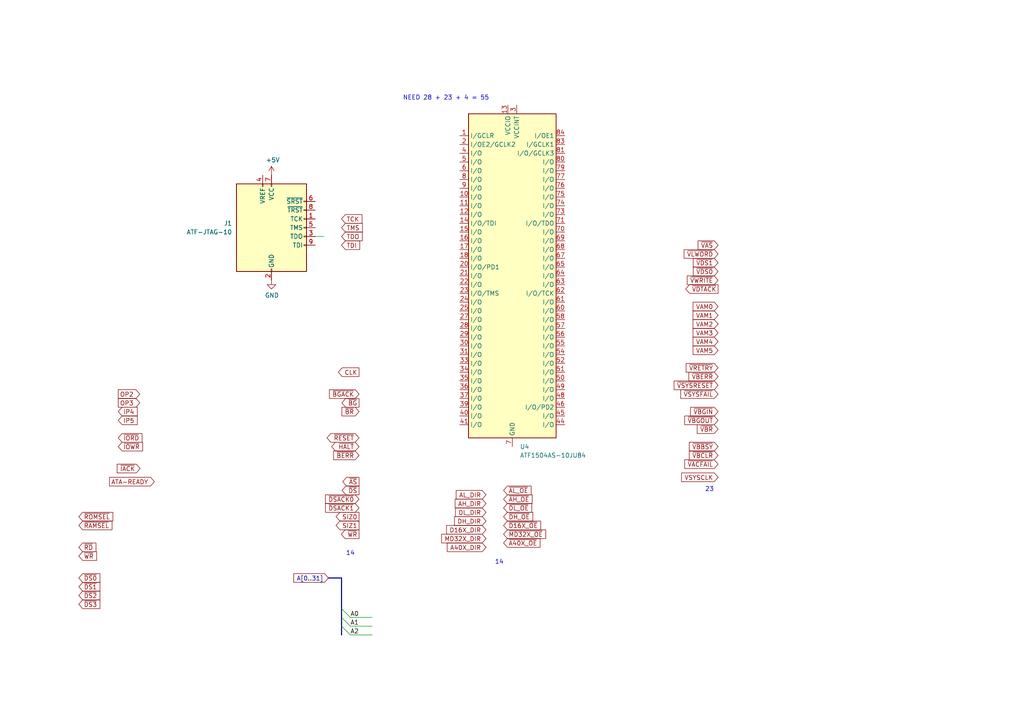
<source format=kicad_sch>
(kicad_sch (version 20230121) (generator eeschema)
  (paper "A4")
  (title_block (title "IVC-k30") (rev "1"))
  (junction (at -153.67 44.45))
  (junction (at -50.8 39.37))
  (junction (at -224.79 154.94))
  (junction (at -217.17 161.29))
  (junction (at -201.93 81.28))
  (junction (at -278.13 154.94))
  (junction (at -201.93 148.59))
  (junction (at -82.55 41.91))
  (junction (at -219.71 58.42))
  (junction (at -217.17 66.04))
  (junction (at -229.87 105.41))
  (junction (at -217.17 133.35))
  (junction (at -219.71 38.1))
  (junction (at -252.73 77.47))
  (junction (at -219.71 27.94))
  (junction (at -227.33 36.83))
  (junction (at -227.33 55.88))
  (junction (at -219.71 40.64))
  (junction (at -82.55 39.37))
  (junction (at -227.33 107.95))
  (junction (at -217.17 95.25))
  (junction (at -219.71 43.18))
  (junction (at -83.82 52.07))
  (junction (at -229.87 53.34))
  (junction (at -232.41 102.87))
  (junction (at -237.49 53.34))
  (junction (at -237.49 69.85))
  (no_connect (at -128.27 36.83))
  (no_connect (at -128.27 64.77))
  (no_connect (at -128.27 67.31))
  (no_connect (at -128.27 62.23))
  (bus_entry (at -278.13 171.45) (size 2.54 2.54))
  (bus_entry (at -278.13 163.83) (size 2.54 2.54))
  (bus_entry (at -278.13 179.07) (size 2.54 2.54))
  (bus_entry (at -222.25 138.43) (size -2.54 2.54))
  (bus_entry (at 99.06 179.07) (size 2.54 2.54))
  (bus_entry (at 99.06 181.61) (size 2.54 2.54))
  (bus_entry (at -224.79 171.45) (size 2.54 2.54))
  (bus_entry (at -278.13 168.91) (size 2.54 2.54))
  (bus_entry (at -278.13 181.61) (size 2.54 2.54))
  (bus_entry (at 99.06 176.53) (size 2.54 2.54))
  (bus_entry (at -278.13 184.15) (size 2.54 2.54))
  (bus_entry (at -278.13 186.69) (size 2.54 2.54))
  (bus_entry (at -222.25 140.97) (size -2.54 2.54))
  (bus_entry (at -278.13 166.37) (size 2.54 2.54))
  (bus_entry (at -224.79 168.91) (size 2.54 2.54))
  (bus_entry (at -222.25 71.12) (size -2.54 2.54))
  (bus_entry (at -224.79 166.37) (size 2.54 2.54))
  (bus_entry (at -275.59 143.51) (size -2.54 2.54))
  (bus_entry (at -278.13 189.23) (size 2.54 2.54))
  (bus_entry (at -222.25 73.66) (size -2.54 2.54))
  (wire (pts (xy -214.63 55.88) (xy -227.33 55.88)))
  (wire (pts (xy -120.65 119.38) (xy -116.84 119.38)))
  (wire (pts (xy -217.17 66.04) (xy -214.63 66.04)))
  (wire (pts (xy -111.76 97.79) (xy -105.41 97.79)))
  (wire (pts (xy -237.49 69.85) (xy -232.41 69.85)))
  (wire (pts (xy -119.38 96.52) (xy -119.38 95.25)))
  (wire (pts (xy -222.25 71.12) (xy -214.63 71.12)))
  (bus (pts (xy -224.79 154.94) (xy -278.13 154.94)))
  (wire (pts (xy -222.25 171.45) (xy -214.63 171.45)))
  (wire (pts (xy -123.19 91.44) (xy -119.38 91.44)))
  (wire (pts (xy -128.27 44.45) (xy -101.6 44.45)))
  (wire (pts (xy -217.17 81.28) (xy -201.93 81.28)))
  (wire (pts (xy -139.7 115.57) (xy -135.89 115.57)))
  (wire (pts (xy -50.8 36.83) (xy -50.8 39.37)))
  (wire (pts (xy -265.43 140.97) (xy -261.62 140.97)))
  (bus (pts (xy -278.13 171.45) (xy -278.13 179.07)))
  (bus (pts (xy 95.25 167.64) (xy 99.06 167.64)))
  (wire (pts (xy -229.87 105.41) (xy -229.87 125.73)))
  (wire (pts (xy -154.94 172.72) (xy -158.75 172.72)))
  (wire (pts (xy -189.23 35.56) (xy -185.42 35.56)))
  (wire (pts (xy -261.62 138.43) (xy -265.43 138.43)))
  (wire (pts (xy -252.73 55.88) (xy -252.73 59.69)))
  (wire (pts (xy -120.65 134.62) (xy -116.84 134.62)))
  (wire (pts (xy -83.82 49.53) (xy -86.36 49.53)))
  (wire (pts (xy -260.35 31.75) (xy -260.35 77.47)))
  (bus (pts (xy -224.79 76.2) (xy -224.79 140.97)))
  (wire (pts (xy -156.21 44.45) (xy -153.67 44.45)))
  (wire (pts (xy -232.41 102.87) (xy -232.41 123.19)))
  (wire (pts (xy -240.03 177.8) (xy -240.03 181.61)))
  (wire (pts (xy -214.63 60.96) (xy -219.71 60.96)))
  (wire (pts (xy -176.53 171.45) (xy -176.53 170.18)))
  (wire (pts (xy -214.63 48.26) (xy -217.17 48.26)))
  (bus (pts (xy -278.13 154.94) (xy -278.13 163.83)))
  (wire (pts (xy -227.33 128.27) (xy -214.63 128.27)))
  (bus (pts (xy -278.13 154.94) (xy -285.75 154.94)))
  (wire (pts (xy -160.02 36.83) (xy -153.67 36.83)))
  (wire (pts (xy -257.81 67.31) (xy -252.73 67.31)))
  (wire (pts (xy -262.89 34.29) (xy -252.73 34.29)))
  (wire (pts (xy -232.41 69.85) (xy -232.41 102.87)))
  (wire (pts (xy -82.55 44.45) (xy -82.55 41.91)))
  (wire (pts (xy -219.71 58.42) (xy -219.71 43.18)))
  (wire (pts (xy -237.49 53.34) (xy -229.87 53.34)))
  (wire (pts (xy -185.42 186.69) (xy -189.23 186.69)))
  (wire (pts (xy -294.64 34.29) (xy -288.29 34.29)))
  (wire (pts (xy -275.59 189.23) (xy -270.51 189.23)))
  (wire (pts (xy -219.71 27.94) (xy -201.93 27.94)))
  (wire (pts (xy -217.17 95.25) (xy -217.17 92.71)))
  (wire (pts (xy -125.73 163.83) (xy -120.65 163.83)))
  (wire (pts (xy -111.76 97.79) (xy -111.76 96.52)))
  (bus (pts (xy 99.06 181.61) (xy 99.06 184.15)))
  (wire (pts (xy -119.38 91.44) (xy -119.38 92.71)))
  (wire (pts (xy -86.36 52.07) (xy -83.82 52.07)))
  (wire (pts (xy -176.53 173.99) (xy -176.53 175.26)))
  (wire (pts (xy -201.93 161.29) (xy -217.17 161.29)))
  (wire (pts (xy -102.87 52.07) (xy -101.6 52.07)))
  (wire (pts (xy 101.6 179.07) (xy 107.95 179.07)))
  (bus (pts (xy 99.06 179.07) (xy 99.06 181.61)))
  (wire (pts (xy -86.36 39.37) (xy -82.55 39.37)))
  (wire (pts (xy -227.33 107.95) (xy -227.33 128.27)))
  (wire (pts (xy -217.17 181.61) (xy -217.17 161.29)))
  (wire (pts (xy -107.95 57.15) (xy -114.3 57.15)))
  (wire (pts (xy -176.53 175.26) (xy -173.99 175.26)))
  (wire (pts (xy -275.59 184.15) (xy -270.51 184.15)))
  (bus (pts (xy 99.06 176.53) (xy 99.06 179.07)))
  (wire (pts (xy -229.87 105.41) (xy -214.63 105.41)))
  (wire (pts (xy -218.44 186.69) (xy -214.63 186.69)))
  (wire (pts (xy -275.59 191.77) (xy -240.03 191.77)))
  (wire (pts (xy -294.64 39.37) (xy -288.29 39.37)))
  (wire (pts (xy -214.63 110.49) (xy -217.17 110.49)))
  (bus (pts (xy -278.13 146.05) (xy -278.13 154.94)))
  (wire (pts (xy -217.17 66.04) (xy -217.17 81.28)))
  (wire (pts (xy -257.81 39.37) (xy -257.81 67.31)))
  (wire (pts (xy -163.83 49.53) (xy -161.29 49.53)))
  (wire (pts (xy -146.05 96.52) (xy -119.38 96.52)))
  (wire (pts (xy -222.25 168.91) (xy -214.63 168.91)))
  (bus (pts (xy -278.13 181.61) (xy -278.13 184.15)))
  (wire (pts (xy -82.55 41.91) (xy -82.55 39.37)))
  (wire (pts (xy -217.17 148.59) (xy -201.93 148.59)))
  (wire (pts (xy -102.87 49.53) (xy -101.6 49.53)))
  (wire (pts (xy -139.7 120.65) (xy -135.89 120.65)))
  (wire (pts (xy -217.17 133.35) (xy -214.63 133.35)))
  (wire (pts (xy -275.59 186.69) (xy -270.51 186.69)))
  (wire (pts (xy -224.79 184.15) (xy -214.63 184.15)))
  (bus (pts (xy -278.13 163.83) (xy -278.13 166.37)))
  (wire (pts (xy -275.59 171.45) (xy -270.51 171.45)))
  (wire (pts (xy -227.33 36.83) (xy -227.33 35.56)))
  (bus (pts (xy -278.13 186.69) (xy -278.13 189.23)))
  (wire (pts (xy -101.6 134.62) (xy -97.79 134.62)))
  (wire (pts (xy -86.36 41.91) (xy -82.55 41.91)))
  (wire (pts (xy -275.59 166.37) (xy -270.51 166.37)))
  (bus (pts (xy -278.13 168.91) (xy -278.13 171.45)))
  (wire (pts (xy -185.42 176.53) (xy -189.23 176.53)))
  (wire (pts (xy -53.34 39.37) (xy -50.8 39.37)))
  (wire (pts (xy -214.63 58.42) (xy -219.71 58.42)))
  (bus (pts (xy -224.79 166.37) (xy -224.79 168.91)))
  (wire (pts (xy -111.76 91.44) (xy -111.76 90.17)))
  (wire (pts (xy -125.73 69.85) (xy -128.27 69.85)))
  (wire (pts (xy -232.41 102.87) (xy -214.63 102.87)))
  (bus (pts (xy 99.06 167.64) (xy 99.06 176.53)))
  (wire (pts (xy -160.02 62.23) (xy -153.67 62.23)))
  (wire (pts (xy -214.63 40.64) (xy -219.71 40.64)))
  (wire (pts (xy -229.87 53.34) (xy -229.87 105.41)))
  (wire (pts (xy -240.03 191.77) (xy -240.03 186.69)))
  (wire (pts (xy 91.44 68.58) (xy 93.98 68.58)))
  (wire (pts (xy -86.36 44.45) (xy -82.55 44.45)))
  (wire (pts (xy -262.89 39.37) (xy -257.81 39.37)))
  (wire (pts (xy -50.8 44.45) (xy -48.26 44.45)))
  (wire (pts (xy -128.27 41.91) (xy -101.6 41.91)))
  (wire (pts (xy -219.71 40.64) (xy -219.71 38.1)))
  (wire (pts (xy -222.25 73.66) (xy -214.63 73.66)))
  (wire (pts (xy -214.63 38.1) (xy -219.71 38.1)))
  (wire (pts (xy -214.63 43.18) (xy -219.71 43.18)))
  (wire (pts (xy -125.73 151.13) (xy -120.65 151.13)))
  (wire (pts (xy 101.6 184.15) (xy 107.95 184.15)))
  (wire (pts (xy -189.23 120.65) (xy -185.42 120.65)))
  (wire (pts (xy -255.27 185.42) (xy -255.27 180.34)))
  (wire (pts (xy -189.23 168.91) (xy -185.42 168.91)))
  (wire (pts (xy -222.25 140.97) (xy -214.63 140.97)))
  (wire (pts (xy -275.59 181.61) (xy -270.51 181.61)))
  (wire (pts (xy -234.95 120.65) (xy -214.63 120.65)))
  (wire (pts (xy -50.8 39.37) (xy -48.26 39.37)))
  (wire (pts (xy -83.82 53.34) (xy -83.82 52.07)))
  (wire (pts (xy -246.38 139.7) (xy -242.57 139.7)))
  (wire (pts (xy -110.49 69.85) (xy -107.95 69.85)))
  (wire (pts (xy -82.55 39.37) (xy -78.74 39.37)))
  (wire (pts (xy -160.02 69.85) (xy -153.67 69.85)))
  (wire (pts (xy -105.41 93.98) (xy -102.87 93.98)))
  (wire (pts (xy -227.33 55.88) (xy -227.33 36.83)))
  (wire (pts (xy -252.73 77.47) (xy -234.95 77.47)))
  (wire (pts (xy -217.17 160.02) (xy -217.17 161.29)))
  (wire (pts (xy -294.64 31.75) (xy -288.29 31.75)))
  (wire (pts (xy -189.23 53.34) (xy -185.42 53.34)))
  (bus (pts (xy -278.13 184.15) (xy -278.13 186.69)))
  (wire (pts (xy -237.49 59.69) (xy -237.49 69.85)))
  (wire (pts (xy -262.89 31.75) (xy -260.35 31.75)))
  (wire (pts (xy -153.67 44.45) (xy -153.67 49.53)))
  (wire (pts (xy -50.8 21.59) (xy -50.8 22.86)))
  (wire (pts (xy -229.87 125.73) (xy -214.63 125.73)))
  (wire (pts (xy -139.7 123.19) (xy -135.89 123.19)))
  (wire (pts (xy -255.27 50.8) (xy -252.73 50.8)))
  (wire (pts (xy -63.5 39.37) (xy -60.96 39.37)))
  (wire (pts (xy -217.17 133.35) (xy -217.17 148.59)))
  (wire (pts (xy -217.17 115.57) (xy -217.17 133.35)))
  (wire (pts (xy -219.71 43.18) (xy -219.71 40.64)))
  (wire (pts (xy -185.42 181.61) (xy -189.23 181.61)))
  (wire (pts (xy -50.8 39.37) (xy -50.8 44.45)))
  (wire (pts (xy -265.43 135.89) (xy -261.62 135.89)))
  (wire (pts (xy -217.17 110.49) (xy -217.17 95.25)))
  (wire (pts (xy -217.17 95.25) (xy -201.93 95.25)))
  (wire (pts (xy -227.33 107.95) (xy -214.63 107.95)))
  (wire (pts (xy 101.6 181.61) (xy 107.95 181.61)))
  (wire (pts (xy -217.17 181.61) (xy -214.63 181.61)))
  (wire (pts (xy -252.73 39.37) (xy -252.73 43.18)))
  (wire (pts (xy -83.82 52.07) (xy -83.82 49.53)))
  (wire (pts (xy -176.53 170.18) (xy -173.99 170.18)))
  (wire (pts (xy -140.97 91.44) (xy -138.43 91.44)))
  (wire (pts (xy -237.49 36.83) (xy -227.33 36.83)))
  (wire (pts (xy -237.49 43.18) (xy -237.49 53.34)))
  (wire (pts (xy -139.7 134.62) (xy -135.89 134.62)))
  (bus (pts (xy -278.13 179.07) (xy -278.13 181.61)))
  (wire (pts (xy -222.25 173.99) (xy -214.63 173.99)))
  (wire (pts (xy -105.41 90.17) (xy -111.76 90.17)))
  (wire (pts (xy -114.3 46.99) (xy -101.6 46.99)))
  (wire (pts (xy -252.73 72.39) (xy -252.73 77.47)))
  (wire (pts (xy -229.87 53.34) (xy -214.63 53.34)))
  (wire (pts (xy -189.23 184.15) (xy -185.42 184.15)))
  (wire (pts (xy -227.33 35.56) (xy -214.63 35.56)))
  (wire (pts (xy -128.27 39.37) (xy -101.6 39.37)))
  (wire (pts (xy -275.59 168.91) (xy -270.51 168.91)))
  (bus (pts (xy -224.79 143.51) (xy -224.79 154.94)))
  (wire (pts (xy -219.71 38.1) (xy -219.71 27.94)))
  (wire (pts (xy -255.27 175.26) (xy -255.27 170.18)))
  (wire (pts (xy -252.73 59.69) (xy -237.49 59.69)))
  (wire (pts (xy -189.23 171.45) (xy -176.53 171.45)))
  (wire (pts (xy -139.7 118.11) (xy -135.89 118.11)))
  (wire (pts (xy -275.59 173.99) (xy -270.51 173.99)))
  (wire (pts (xy -232.41 123.19) (xy -214.63 123.19)))
  (wire (pts (xy -252.73 43.18) (xy -237.49 43.18)))
  (wire (pts (xy -214.63 115.57) (xy -217.17 115.57)))
  (wire (pts (xy -222.25 138.43) (xy -214.63 138.43)))
  (wire (pts (xy -217.17 48.26) (xy -217.17 66.04)))
  (wire (pts (xy -113.03 157.48) (xy -116.84 157.48)))
  (wire (pts (xy -189.23 179.07) (xy -185.42 179.07)))
  (wire (pts (xy -255.27 36.83) (xy -255.27 50.8)))
  (wire (pts (xy -261.62 143.51) (xy -275.59 143.51)))
  (bus (pts (xy -224.79 154.94) (xy -224.79 166.37)))
  (wire (pts (xy -86.36 46.99) (xy -78.74 46.99)))
  (wire (pts (xy -219.71 60.96) (xy -219.71 58.42)))
  (wire (pts (xy -114.3 57.15) (xy -114.3 46.99)))
  (bus (pts (xy -278.13 166.37) (xy -278.13 168.91)))
  (wire (pts (xy -260.35 77.47) (xy -252.73 77.47)))
  (wire (pts (xy -189.23 173.99) (xy -176.53 173.99)))
  (wire (pts (xy -50.8 27.94) (xy -50.8 29.21)))
  (wire (pts (xy -101.6 119.38) (xy -97.79 119.38)))
  (wire (pts (xy -262.89 36.83) (xy -255.27 36.83)))
  (wire (pts (xy -227.33 55.88) (xy -227.33 107.95)))
  (wire (pts (xy -219.71 27.94) (xy -219.71 25.4)))
  (bus (pts (xy -224.79 140.97) (xy -224.79 143.51)))
  (wire (pts (xy -107.95 69.85) (xy -107.95 57.15)))
  (wire (pts (xy -189.23 102.87) (xy -185.42 102.87)))
  (bus (pts (xy -224.79 73.66) (xy -224.79 76.2)))
  (wire (pts (xy -234.95 77.47) (xy -234.95 120.65)))
  (bus (pts (xy -224.79 168.91) (xy -224.79 171.45)))
  (text "ROM ADDRESS SELECTION" (at -135.89 147.32 0) (effects (font (size 1.27 1.27)) (justify left bottom)))
  (text "COMPACT FLASH DSACK GENERATOR LOGIC" (at -140.97 81.28 0) (effects (font (size 1.27 1.27)) (justify left bottom)))
  (text "BERR GENERATOR" (at -135.89 53.34 0) (effects (font (size 1.27 1.27)) (justify left bottom)))
  (text "14\n" (at 100.33 161.29 0) (effects (font (size 1.27 1.27)) (justify left bottom)))
  (text "14\n" (at 143.51 163.83 0) (effects (font (size 1.27 1.27)) (justify left bottom)))
  (text "NEED 28 + 23 + 4 = 55" (at 116.84 29.21 0) (effects (font (size 1.27 1.27)) (justify left bottom)))
  (text "DSACK ASSERTION LOGIC" (at -135.89 105.41 0) (effects (font (size 1.27 1.27)) (justify left bottom)))
  (text "23\n\n" (at 204.47 144.78 0) (effects (font (size 1.27 1.27)) (justify left bottom)))
  (text "DSACK GENERATOR FOR EXTERNAL IO" (at -144.78 26.67 0) (effects (font (size 1.27 1.27)) (justify left bottom)))
  (label "A30" (at -275.59 168.91 0))
  (label "A29" (at -275.59 171.45 0))
  (label "A1" (at -222.25 140.97 0))
  (label "A27" (at -275.59 181.61 0))
  (label "A22" (at -222.25 173.99 0))
  (label "A0" (at 101.6 179.07 0))
  (label "A0" (at -222.25 138.43 0))
  (label "A28" (at -275.59 173.99 0))
  (label "A2" (at 101.6 184.15 0))
  (label "A26" (at -275.59 184.15 0))
  (label "A21" (at -222.25 171.45 0))
  (label "A23" (at -275.59 191.77 0))
  (label "A16" (at -275.59 143.51 0))
  (label "A0" (at -222.25 71.12 0))
  (label "A24" (at -275.59 189.23 0))
  (label "A20" (at -222.25 168.91 0))
  (label "A1" (at -222.25 73.66 0))
  (label "A1" (at 101.6 181.61 0))
  (label "A31" (at -275.59 166.37 0))
  (label "A25" (at -275.59 186.69 0))
  (global_label "~{IOSEL}" (shape output) (at -185.42 186.69 0) (property "Intersheetrefs" "${INTERSHEET_REFS}" (effects hide)))
  (global_label "~{5SEL}" (shape output) (at -185.42 181.61 0) (property "Intersheetrefs" "${INTERSHEET_REFS}" (effects hide)))
  (global_label "~{RAMSEL}" (shape input) (at -139.7 134.62 180) (property "Intersheetrefs" "${INTERSHEET_REFS}" (effects hide)))
  (global_label "~{AS}" (shape output) (at 104.14 139.7 180) (property "Intersheetrefs" "${INTERSHEET_REFS}" (effects hide)))
  (global_label "ATA-READY" (shape input) (at -140.97 91.44 180) (property "Intersheetrefs" "${INTERSHEET_REFS}" (effects hide)))
  (global_label "CLK" (shape output) (at 104.14 107.95 180) (property "Intersheetrefs" "${INTERSHEET_REFS}" (effects hide)))
  (global_label "TCK" (shape input) (at 99.06 63.5 0) (property "Intersheetrefs" "${INTERSHEET_REFS}" (effects hide)))
  (global_label "~{RESET}" (shape bidirectional) (at 104.14 127 180) (property "Intersheetrefs" "${INTERSHEET_REFS}" (effects hide)))
  (global_label "~{DS3}" (shape output) (at -185.42 35.56 0) (property "Intersheetrefs" "${INTERSHEET_REFS}" (effects hide)))
  (global_label "DH_DIR" (shape input) (at 140.97 151.13 180) (property "Intersheetrefs" "${INTERSHEET_REFS}" (effects hide)))
  (global_label "~{RAMSEL}" (shape input) (at -139.7 115.57 180) (property "Intersheetrefs" "${INTERSHEET_REFS}" (effects hide)))
  (global_label "~{VWRITE}" (shape input) (at 208.28 81.28 180) (property "Intersheetrefs" "${INTERSHEET_REFS}" (effects hide)))
  (global_label "OP2" (shape output) (at 34.29 114.3 0) (property "Intersheetrefs" "${INTERSHEET_REFS}" (effects hide)))
  (global_label "~{AS}" (shape input) (at -160.02 69.85 180) (property "Intersheetrefs" "${INTERSHEET_REFS}" (effects hide)))
  (global_label "~{6SEL}" (shape input) (at -163.83 49.53 180) (property "Intersheetrefs" "${INTERSHEET_REFS}" (effects hide)))
  (global_label "~{WR}" (shape input) (at 22.86 161.29 0) (property "Intersheetrefs" "${INTERSHEET_REFS}" (effects hide)))
  (global_label "~{A40X_OE}" (shape input) (at 146.05 157.48 0) (property "Intersheetrefs" "${INTERSHEET_REFS}" (effects hide)))
  (global_label "~{ATA-DSACK}" (shape input) (at -139.7 120.65 180) (property "Intersheetrefs" "${INTERSHEET_REFS}" (effects hide)))
  (global_label "~{CDIS}" (shape input) (at -102.87 49.53 180) (property "Intersheetrefs" "${INTERSHEET_REFS}" (effects hide)))
  (global_label "~{4SEL}" (shape output) (at -185.42 179.07 0) (property "Intersheetrefs" "${INTERSHEET_REFS}" (effects hide)))
  (global_label "~{RD}" (shape input) (at 22.86 158.75 0) (property "Intersheetrefs" "${INTERSHEET_REFS}" (effects hide)))
  (global_label "~{DH_OE}" (shape input) (at 146.05 149.86 0) (property "Intersheetrefs" "${INTERSHEET_REFS}" (effects hide)))
  (global_label "~{DS2}" (shape output) (at -185.42 53.34 0) (property "Intersheetrefs" "${INTERSHEET_REFS}" (effects hide)))
  (global_label "SIZ0" (shape output) (at 104.14 149.86 180) (property "Intersheetrefs" "${INTERSHEET_REFS}" (effects hide)))
  (global_label "~{BR}" (shape input) (at 104.14 119.38 180) (property "Intersheetrefs" "${INTERSHEET_REFS}" (effects hide)))
  (global_label "~{VACFAIL}" (shape input) (at 208.28 134.62 180) (property "Intersheetrefs" "${INTERSHEET_REFS}" (effects hide)))
  (global_label "~{3SEL}" (shape output) (at -185.42 176.53 0) (property "Intersheetrefs" "${INTERSHEET_REFS}" (effects hide)))
  (global_label "~{VSYSRESET}" (shape input) (at 208.28 111.76 180) (property "Intersheetrefs" "${INTERSHEET_REFS}" (effects hide)))
  (global_label "~{VBBSY}" (shape input) (at 208.28 129.54 180) (property "Intersheetrefs" "${INTERSHEET_REFS}" (effects hide)))
  (global_label "SIZ1" (shape output) (at 104.14 152.4 180) (property "Intersheetrefs" "${INTERSHEET_REFS}" (effects hide)))
  (global_label "TDI" (shape input) (at 99.06 71.12 0) (property "Intersheetrefs" "${INTERSHEET_REFS}" (effects hide)))
  (global_label "~{IORD}" (shape input) (at 34.29 127 0) (property "Intersheetrefs" "${INTERSHEET_REFS}" (effects hide)))
  (global_label "~{VDS1}" (shape input) (at 208.28 76.2 180) (property "Intersheetrefs" "${INTERSHEET_REFS}" (effects hide)))
  (global_label "VAM0" (shape input) (at 208.28 88.9 180) (property "Intersheetrefs" "${INTERSHEET_REFS}" (effects hide)))
  (global_label "FC2" (shape input) (at -265.43 140.97 180) (property "Intersheetrefs" "${INTERSHEET_REFS}" (effects hide)))
  (global_label "~{DSACK1}" (shape input) (at 104.14 147.32 180) (property "Intersheetrefs" "${INTERSHEET_REFS}" (effects hide)))
  (global_label "~{DS0}" (shape input) (at 22.86 167.64 0) (property "Intersheetrefs" "${INTERSHEET_REFS}" (effects hide)))
  (global_label "~{IACK}" (shape output) (at -242.57 139.7 0) (property "Intersheetrefs" "${INTERSHEET_REFS}" (effects hide)))
  (global_label "~{DS0}" (shape output) (at -185.42 120.65 0) (property "Intersheetrefs" "${INTERSHEET_REFS}" (effects hide)))
  (global_label "~{IACK}" (shape input) (at 40.64 135.89 180) (property "Intersheetrefs" "${INTERSHEET_REFS}" (effects hide)))
  (global_label "~{VBCLR}" (shape input) (at 208.28 132.08 180) (property "Intersheetrefs" "${INTERSHEET_REFS}" (effects hide)))
  (global_label "IP4" (shape input) (at 34.29 119.38 0) (property "Intersheetrefs" "${INTERSHEET_REFS}" (effects hide)))
  (global_label "~{ROMSEL}" (shape input) (at 22.86 149.86 0) (property "Intersheetrefs" "${INTERSHEET_REFS}" (effects hide)))
  (global_label "~{MMUDIS}" (shape input) (at -102.87 52.07 180) (property "Intersheetrefs" "${INTERSHEET_REFS}" (effects hide)))
  (global_label "~{VSYSFAIL}" (shape input) (at 208.28 114.3 180) (property "Intersheetrefs" "${INTERSHEET_REFS}" (effects hide)))
  (global_label "D16X_DIR" (shape input) (at 140.97 153.67 180) (property "Intersheetrefs" "${INTERSHEET_REFS}" (effects hide)))
  (global_label "~{VBGIN}" (shape input) (at 208.28 119.38 180) (property "Intersheetrefs" "${INTERSHEET_REFS}" (effects hide)))
  (global_label "~{BERR}" (shape output) (at -78.74 46.99 0) (property "Intersheetrefs" "${INTERSHEET_REFS}" (effects hide)))
  (global_label "~{DSACK-EXT}" (shape input) (at -139.7 123.19 180) (property "Intersheetrefs" "${INTERSHEET_REFS}" (effects hide)))
  (global_label "VAM5" (shape input) (at 208.28 101.6 180) (property "Intersheetrefs" "${INTERSHEET_REFS}" (effects hide)))
  (global_label "~{DSACK-EXT}" (shape output) (at -48.26 39.37 0) (property "Intersheetrefs" "${INTERSHEET_REFS}" (effects hide)))
  (global_label "~{DS}" (shape output) (at 104.14 142.24 180) (property "Intersheetrefs" "${INTERSHEET_REFS}" (effects hide)))
  (global_label "~{0SEL}" (shape input) (at -125.73 151.13 180) (property "Intersheetrefs" "${INTERSHEET_REFS}" (effects hide)))
  (global_label "OP3" (shape output) (at 34.29 116.84 0) (property "Intersheetrefs" "${INTERSHEET_REFS}" (effects hide)))
  (global_label "IP5" (shape input) (at 34.29 121.92 0) (property "Intersheetrefs" "${INTERSHEET_REFS}" (effects hide)))
  (global_label "~{AH_OE}" (shape input) (at 146.05 144.78 0) (property "Intersheetrefs" "${INTERSHEET_REFS}" (effects hide)))
  (global_label "~{D16X_OE}" (shape input) (at 146.05 152.4 0) (property "Intersheetrefs" "${INTERSHEET_REFS}" (effects hide)))
  (global_label "~{DL_OE}" (shape input) (at 146.05 147.32 0) (property "Intersheetrefs" "${INTERSHEET_REFS}" (effects hide)))
  (global_label "~{MD32X_OE}" (shape input) (at 146.05 154.94 0) (property "Intersheetrefs" "${INTERSHEET_REFS}" (effects hide)))
  (global_label "~{AS}" (shape input) (at -218.44 186.69 180) (property "Intersheetrefs" "${INTERSHEET_REFS}" (effects hide)))
  (global_label "~{BG}" (shape output) (at 104.14 116.84 180) (property "Intersheetrefs" "${INTERSHEET_REFS}" (effects hide)))
  (global_label "~{VAS}" (shape input) (at 208.28 71.12 180) (property "Intersheetrefs" "${INTERSHEET_REFS}" (effects hide)))
  (global_label "~{RAMSEL}" (shape output) (at -154.94 172.72 0) (property "Intersheetrefs" "${INTERSHEET_REFS}" (effects hide)))
  (global_label "~{DS2}" (shape input) (at 22.86 172.72 0) (property "Intersheetrefs" "${INTERSHEET_REFS}" (effects hide)))
  (global_label "FC0" (shape input) (at -265.43 135.89 180) (property "Intersheetrefs" "${INTERSHEET_REFS}" (effects hide)))
  (global_label "~{VBGOUT}" (shape input) (at 208.28 121.92 180) (property "Intersheetrefs" "${INTERSHEET_REFS}" (effects hide)))
  (global_label "~{DSACK0}" (shape input) (at 104.14 144.78 180) (property "Intersheetrefs" "${INTERSHEET_REFS}" (effects hide)))
  (global_label "~{IOWR}" (shape input) (at 34.29 129.54 0) (property "Intersheetrefs" "${INTERSHEET_REFS}" (effects hide)))
  (global_label "~{DSACK0}" (shape output) (at -97.79 119.38 0) (property "Intersheetrefs" "${INTERSHEET_REFS}" (effects hide)))
  (global_label "FC1" (shape input) (at -265.43 138.43 180) (property "Intersheetrefs" "${INTERSHEET_REFS}" (effects hide)))
  (global_label "SIZ0" (shape input) (at -294.64 34.29 180) (property "Intersheetrefs" "${INTERSHEET_REFS}" (effects hide)))
  (global_label "~{ROMSEL}" (shape output) (at -113.03 157.48 0) (property "Intersheetrefs" "${INTERSHEET_REFS}" (effects hide)))
  (global_label "~{DS1}" (shape input) (at 22.86 170.18 0) (property "Intersheetrefs" "${INTERSHEET_REFS}" (effects hide)))
  (global_label "~{RAMSEL}" (shape input) (at 22.86 152.4 0) (property "Intersheetrefs" "${INTERSHEET_REFS}" (effects hide)))
  (global_label "SIZ1" (shape input) (at -294.64 31.75 180) (property "Intersheetrefs" "${INTERSHEET_REFS}" (effects hide)))
  (global_label "~{HALT}" (shape bidirectional) (at 104.14 129.54 180) (property "Intersheetrefs" "${INTERSHEET_REFS}" (effects hide)))
  (global_label "~{6SEL}" (shape input) (at -146.05 96.52 180) (property "Intersheetrefs" "${INTERSHEET_REFS}" (effects hide)))
  (global_label "CLK" (shape input) (at -160.02 36.83 180) (property "Intersheetrefs" "${INTERSHEET_REFS}" (effects hide)))
  (global_label "TDO" (shape input) (at 99.06 68.58 0) (property "Intersheetrefs" "${INTERSHEET_REFS}" (effects hide)))
  (global_label "CLK" (shape input) (at -160.02 62.23 180) (property "Intersheetrefs" "${INTERSHEET_REFS}" (effects hide)))
  (global_label "~{VLWORD}" (shape input) (at 208.28 73.66 180) (property "Intersheetrefs" "${INTERSHEET_REFS}" (effects hide)))
  (global_label "~{VBR}" (shape input) (at 208.28 124.46 180) (property "Intersheetrefs" "${INTERSHEET_REFS}" (effects hide)))
  (global_label "~{DSACK1}" (shape output) (at -97.79 134.62 0) (property "Intersheetrefs" "${INTERSHEET_REFS}" (effects hide)))
  (global_label "~{VDS0}" (shape input) (at 208.28 78.74 180) (property "Intersheetrefs" "${INTERSHEET_REFS}" (effects hide)))
  (global_label "~{VDTACK}" (shape output) (at 208.28 83.82 180) (property "Intersheetrefs" "${INTERSHEET_REFS}" (effects hide)))
  (global_label "~{DS}" (shape input) (at -294.64 39.37 180) (property "Intersheetrefs" "${INTERSHEET_REFS}" (effects hide)))
  (global_label "~{VBERR}" (shape input) (at 208.28 109.22 180) (property "Intersheetrefs" "${INTERSHEET_REFS}" (effects hide)))
  (global_label "~{ATA-DSACK}" (shape output) (at -102.87 93.98 0) (property "Intersheetrefs" "${INTERSHEET_REFS}" (effects hide)))
  (global_label "VAM1" (shape input) (at 208.28 91.44 180) (property "Intersheetrefs" "${INTERSHEET_REFS}" (effects hide)))
  (global_label "~{3SEL}" (shape input) (at -125.73 163.83 180) (property "Intersheetrefs" "${INTERSHEET_REFS}" (effects hide)))
  (global_label "VAM4" (shape input) (at 208.28 99.06 180) (property "Intersheetrefs" "${INTERSHEET_REFS}" (effects hide)))
  (global_label "ATA-READY" (shape output) (at 31.75 139.7 0) (property "Intersheetrefs" "${INTERSHEET_REFS}" (effects hide)))
  (global_label "~{ROMSEL}" (shape input) (at -139.7 118.11 180) (property "Intersheetrefs" "${INTERSHEET_REFS}" (effects hide)))
  (global_label "~{0SEL}" (shape output) (at -185.42 168.91 0) (property "Intersheetrefs" "${INTERSHEET_REFS}" (effects hide)))
  (global_label "DL_DIR" (shape input) (at 140.97 148.59 180) (property "Intersheetrefs" "${INTERSHEET_REFS}" (effects hide)))
  (global_label "~{DS3}" (shape input) (at 22.86 175.26 0) (property "Intersheetrefs" "${INTERSHEET_REFS}" (effects hide)))
  (global_label "A40X_DIR" (shape input) (at 140.97 158.75 180) (property "Intersheetrefs" "${INTERSHEET_REFS}" (effects hide)))
  (global_label "~{6SEL}" (shape output) (at -185.42 184.15 0) (property "Intersheetrefs" "${INTERSHEET_REFS}" (effects hide)))
  (global_label "AH_DIR" (shape input) (at 140.97 146.05 180) (property "Intersheetrefs" "${INTERSHEET_REFS}" (effects hide)))
  (global_label "~{DS1}" (shape output) (at -185.42 102.87 0) (property "Intersheetrefs" "${INTERSHEET_REFS}" (effects hide)))
  (global_label "A[0..31]" (shape input) (at -285.75 154.94 180) (property "Intersheetrefs" "${INTERSHEET_REFS}" (effects hide)))
  (global_label "~{VRETRY}" (shape input) (at 208.28 106.68 180) (property "Intersheetrefs" "${INTERSHEET_REFS}" (effects hide)))
  (global_label "~{BGACK}" (shape input) (at 104.14 114.3 180) (property "Intersheetrefs" "${INTERSHEET_REFS}" (effects hide)))
  (global_label "~{BERR}" (shape input) (at 104.14 132.08 180) (property "Intersheetrefs" "${INTERSHEET_REFS}" (effects hide)))
  (global_label "~{AL_OE}" (shape input) (at 146.05 142.24 0) (property "Intersheetrefs" "${INTERSHEET_REFS}" (effects hide)))
  (global_label "~{WR}" (shape output) (at 104.14 154.94 180) (property "Intersheetrefs" "${INTERSHEET_REFS}" (effects hide)))
  (global_label "VAM2" (shape input) (at 208.28 93.98 180) (property "Intersheetrefs" "${INTERSHEET_REFS}" (effects hide)))
  (global_label "MD32X_DIR" (shape input) (at 140.97 156.21 180) (property "Intersheetrefs" "${INTERSHEET_REFS}" (effects hide)))
  (global_label "A[0..31]" (shape input) (at 95.25 167.64 180) (property "Intersheetrefs" "${INTERSHEET_REFS}" (effects hide)))
  (global_label "AL_DIR" (shape input) (at 140.97 143.51 180) (property "Intersheetrefs" "${INTERSHEET_REFS}" (effects hide)))
  (global_label "VSYSCLK" (shape input) (at 208.28 138.43 180) (property "Intersheetrefs" "${INTERSHEET_REFS}" (effects hide)))
  (global_label "VAM3" (shape input) (at 208.28 96.52 180) (property "Intersheetrefs" "${INTERSHEET_REFS}" (effects hide)))
  (global_label "TMS" (shape input) (at 99.06 66.04 0) (property "Intersheetrefs" "${INTERSHEET_REFS}" (effects hide)))
  (symbol (lib_id "74xx:74LS253") (at -201.93 120.65 0) (unit 1)
    (property "Reference" "U10" (at -201.93 90.6526 0))
    (property "Value" "74HC253" (at -201.93 92.964 0))
    (property "Footprint" "Package_SO:SSOP-16_5.3x6.2mm_P0.65mm" (effects hide))
    (property "Datasheet" "http://www.ti.com/lit/gpn/sn74LS253" (effects hide))
    (instances (project "Logic" (path "" (reference "U10") (unit 1))) (project "IVC-k30" (path "" (reference "U24") (unit 1))) (project "k30-SBC" (path "" (reference "U10") (unit 1))))
  )
  (symbol (lib_id "74xx:74LS08") (at -245.11 36.83 0) (unit 1)
    (property "Reference" "U8" (at -245.11 28.575 0))
    (property "Value" "74HC08" (at -245.11 30.8864 0))
    (property "Footprint" "Package_SO:TSSOP-14_4.4x5mm_P0.65mm" (effects hide))
    (property "Datasheet" "http://www.ti.com/lit/gpn/sn74LS08" (effects hide))
    (instances (project "Logic" (path "" (reference "U8") (unit 1))) (project "IVC-k30" (path "" (reference "U22") (unit 1))) (project "k30-SBC" (path "" (reference "U8") (unit 1))))
  )
  (symbol (lib_id "Jumper:Jumper_3_Bridged12") (at -120.65 157.48 90) (unit 1)
    (property "Reference" "JP1" (at -122.3518 158.6484 90) (effects (justify left)))
    (property "Value" "ROMJMP" (at -122.3518 156.337 90) (effects (justify left)))
    (property "Footprint" "Connector_PinHeader_2.54mm:PinHeader_1x03_P2.54mm_Vertical" (effects hide))
    (instances (project "Logic" (path "" (reference "JP1") (unit 1))) (project "IVC-k30" (path "" (reference "JP6") (unit 1))) (project "k30-SBC" (path "" (reference "JP1") (unit 1))))
  )
  (symbol (lib_id "power:+5V") (at -105.41 90.17 0) (unit 1)
    (property "Reference" "#PWR0101" (effects hide))
    (property "Value" "+5V" (at -105.029 85.7758 0))
    (instances (project "Logic" (path "" (reference "#PWR0101") (unit 1))) (project "IVC-k30" (path "" (reference "#PWR071") (unit 1))) (project "k30-SBC" (path "" (reference "#PWR0101") (unit 1))))
  )
  (symbol (lib_id "power:+5V") (at -217.17 160.02 0) (unit 1)
    (property "Reference" "#PWR011" (effects hide))
    (property "Value" "+5V" (at -216.789 155.6258 0))
    (instances (project "Logic" (path "" (reference "#PWR011") (unit 1))) (project "IVC-k30" (path "" (reference "#PWR067") (unit 1))) (project "k30-SBC" (path "" (reference "#PWR011") (unit 1))))
  )
  (symbol (lib_id "power:+5V") (at 78.74 50.8 0) (unit 1)
    (property "Reference" "#PWR010" (effects hide))
    (property "Value" "+5V" (at 79.121 46.4058 0))
  )
  (symbol (lib_id "Device:R_Small") (at -50.8 25.4 0) (unit 1)
    (property "Reference" "R12" (at -49.3014 24.2316 0) (effects (justify left)))
    (property "Value" "10k" (at -49.3014 26.543 0) (effects (justify left)))
    (property "Footprint" "Resistor_THT:R_Axial_DIN0204_L3.6mm_D1.6mm_P5.08mm_Horizontal" (effects hide))
    (instances (project "Logic" (path "" (reference "R12") (unit 1))) (project "IVC-k30" (path "" (reference "R11") (unit 1))) (project "k30-SBC" (path "" (reference "R12") (unit 1))))
  )
  (symbol (lib_id "Connector:AVR-JTAG-10") (at 78.74 66.04 0) (unit 1)
    (property "Reference" "J1" (at 67.31 64.7699 0) (effects (justify right)))
    (property "Value" "ATF-JTAG-10" (at 67.31 67.3099 0) (effects (justify right)))
    (property "Footprint" "Connector_PinHeader_2.54mm:PinHeader_2x05_P2.54mm_Vertical" (effects hide))
    (property "Datasheet" " ~" (effects hide))
  )
  (symbol (lib_id "Computie_CPLDs:ATF1504AS-10JU84") (at 148.59 80.01 0) (unit 1)
    (property "Reference" "U4" (at 150.7841 129.54 0) (effects (justify left)))
    (property "Value" "ATF1504AS-10JU84" (at 150.7841 132.08 0) (effects (justify left)))
    (property "Datasheet" "http://ww1.microchip.com/downloads/en/DeviceDoc/Atmel-0950-CPLD-ATF1504AS(L)-Datasheet.pdf" (effects hide))
  )
  (symbol (lib_id "74xx:74LS253") (at -201.93 53.34 0) (unit 1)
    (property "Reference" "U9" (at -201.93 23.3426 0))
    (property "Value" "74HC253" (at -201.93 25.654 0))
    (property "Footprint" "Package_SO:SSOP-16_5.3x6.2mm_P0.65mm" (effects hide))
    (property "Datasheet" "http://www.ti.com/lit/gpn/sn74LS253" (effects hide))
    (instances (project "Logic" (path "" (reference "U9") (unit 1))) (project "IVC-k30" (path "" (reference "U23") (unit 1))) (project "k30-SBC" (path "" (reference "U9") (unit 1))))
  )
  (symbol (lib_id "Jumper:SolderJumper_2_Open") (at -57.15 39.37 0) (unit 1)
    (property "Reference" "JP6" (at -57.15 36.83 0))
    (property "Value" "ENABLE" (at -57.15 41.91 0))
    (property "Footprint" "Jumper:SolderJumper-2_P1.3mm_Open_RoundedPad1.0x1.5mm" (effects hide))
    (instances (project "Logic" (path "" (reference "JP6") (unit 1))) (project "IVC-k30" (path "" (reference "JP7") (unit 1))) (project "k30-SBC" (path "" (reference "JP6") (unit 1))))
  )
  (symbol (lib_id "74xx:74HC14") (at -130.81 91.44 0) (unit 5)
    (property "Reference" "U2" (at -130.81 84.0486 0))
    (property "Value" "74HC14" (at -130.81 86.36 0))
    (property "Footprint" "Package_SO:TSSOP-14_4.4x5mm_P0.65mm" (effects hide))
    (property "Datasheet" "http://www.ti.com/lit/gpn/sn74HC14" (effects hide))
  )
  (symbol (lib_id "74xx:74HC14") (at -128.27 134.62 0) (unit 4)
    (property "Reference" "U2" (at -128.27 126.5682 0))
    (property "Value" "74HC14" (at -128.27 128.8796 0))
    (property "Footprint" "Package_SO:TSSOP-14_4.4x5mm_P0.65mm" (effects hide))
    (property "Datasheet" "http://www.ti.com/lit/gpn/sn74HC14" (effects hide))
  )
  (symbol (lib_id "Switch:SW_DIP_x06") (at -93.98 46.99 0) (unit 1)
    (property "Reference" "SW2" (at -93.98 32.5882 0))
    (property "Value" "SW_DIP_x06" (at -93.98 34.8996 0))
    (property "Footprint" "Package_DIP:DIP-12_W7.62mm_LongPads" (effects hide))
    (instances (project "Logic" (path "" (reference "SW2") (unit 1))) (project "IVC-k30" (path "" (reference "SW4") (unit 1))) (project "k30-SBC" (path "" (reference "SW2") (unit 1))))
  )
  (symbol (lib_id "74xx:74LS08") (at -245.11 69.85 0) (unit 3)
    (property "Reference" "U8" (at -245.11 61.595 0))
    (property "Value" "74HC08" (at -245.11 63.9064 0))
    (property "Footprint" "Package_SO:TSSOP-14_4.4x5mm_P0.65mm" (effects hide))
    (property "Datasheet" "http://www.ti.com/lit/gpn/sn74LS08" (effects hide))
    (instances (project "Logic" (path "" (reference "U8") (unit 3))) (project "IVC-k30" (path "" (reference "U22") (unit 3))) (project "k30-SBC" (path "" (reference "U8") (unit 3))))
  )
  (symbol (lib_id "74xx:74LS20") (at -254 139.7 0) (unit 2)
    (property "Reference" "U6" (at -254 130.175 0))
    (property "Value" "74HC20" (at -254 132.4864 0))
    (property "Footprint" "Package_SO:TSSOP-14_4.4x5mm_P0.65mm" (effects hide))
    (property "Datasheet" "http://www.ti.com/lit/gpn/sn74LS20" (effects hide))
    (instances (project "Logic" (path "" (reference "U6") (unit 2))) (project "IVC-k30" (path "" (reference "U21") (unit 2))) (project "k30-SBC" (path "" (reference "U6") (unit 2))))
  )
  (symbol (lib_id "74xx:74LS05") (at -109.22 119.38 0) (unit 4)
    (property "Reference" "U3" (at -109.22 111.3282 0))
    (property "Value" "74HC05" (at -109.22 113.6396 0))
    (property "Footprint" "Package_SO:TSSOP-14_4.4x5mm_P0.65mm" (effects hide))
    (property "Datasheet" "http://www.ti.com/lit/gpn/sn74LS05" (effects hide))
  )
  (symbol (lib_id "74xx:74LS32") (at -247.65 177.8 0) (unit 1)
    (property "Reference" "U7" (at -247.65 169.545 0))
    (property "Value" "74HC32" (at -247.65 171.8564 0))
    (property "Footprint" "Package_SO:TSSOP-14_4.4x5mm_P0.65mm" (effects hide))
    (property "Datasheet" "http://www.ti.com/lit/gpn/sn74LS32" (effects hide))
    (instances (project "Logic" (path "" (reference "U7") (unit 1))) (project "IVC-k30" (path "" (reference "U8") (unit 1))) (project "k30-SBC" (path "" (reference "U7") (unit 1))))
  )
  (symbol (lib_id "74xx:74LS08") (at -245.11 53.34 0) (unit 2)
    (property "Reference" "U8" (at -245.11 45.085 0))
    (property "Value" "74HC08" (at -245.11 47.3964 0))
    (property "Footprint" "Package_SO:TSSOP-14_4.4x5mm_P0.65mm" (effects hide))
    (property "Datasheet" "http://www.ti.com/lit/gpn/sn74LS08" (effects hide))
    (instances (project "Logic" (path "" (reference "U8") (unit 2))) (project "IVC-k30" (path "" (reference "U22") (unit 2))) (project "k30-SBC" (path "" (reference "U8") (unit 2))))
  )
  (symbol (lib_id "power:+5V") (at -217.17 92.71 0) (unit 1)
    (property "Reference" "#PWR010" (effects hide))
    (property "Value" "+5V" (at -216.789 88.3158 0))
    (instances (project "Logic" (path "" (reference "#PWR010") (unit 1))) (project "IVC-k30" (path "" (reference "#PWR066") (unit 1))) (project "k30-SBC" (path "" (reference "#PWR010") (unit 1))))
  )
  (symbol (lib_id "power:GND") (at -201.93 148.59 0) (unit 1)
    (property "Reference" "#PWR013" (effects hide))
    (property "Value" "GND" (at -201.803 152.9842 0))
    (instances (project "Logic" (path "" (reference "#PWR013") (unit 1))) (project "IVC-k30" (path "" (reference "#PWR069") (unit 1))) (project "k30-SBC" (path "" (reference "#PWR013") (unit 1))))
  )
  (symbol (lib_id "74xx:74LS138") (at -201.93 176.53 0) (unit 1)
    (property "Reference" "U11" (at -201.93 156.6926 0))
    (property "Value" "74HC138" (at -201.93 159.004 0))
    (property "Footprint" "Package_SO:TSSOP-16_4.4x5mm_P0.65mm" (effects hide))
    (property "Datasheet" "http://www.ti.com/lit/gpn/sn74LS138" (effects hide))
    (instances (project "Logic" (path "" (reference "U11") (unit 1))) (project "IVC-k30" (path "" (reference "U25") (unit 1))) (project "k30-SBC" (path "" (reference "U11") (unit 1))))
  )
  (symbol (lib_id "4xxx:4072") (at -262.89 185.42 0) (unit 2)
    (property "Reference" "U5" (at -262.89 176.53 0))
    (property "Value" "4072" (at -262.89 179.07 0))
    (property "Footprint" "Package_SO:TSSOP-14_4.4x5mm_P0.65mm" (effects hide))
    (property "Datasheet" "http://www.intersil.com/content/dam/Intersil/documents/cd40/cd4071bms-72bms-75bms.pdf" (effects hide))
    (instances (project "Logic" (path "" (reference "U5") (unit 2))) (project "IVC-k30" (path "" (reference "U20") (unit 2))) (project "k30-SBC" (path "" (reference "U5") (unit 2))))
  )
  (symbol (lib_id "power:+5V") (at -50.8 21.59 0) (unit 1)
    (property "Reference" "#PWR050" (effects hide))
    (property "Value" "+5V" (at -50.419 17.1958 0))
    (instances (project "Logic" (path "" (reference "#PWR050") (unit 1))) (project "IVC-k30" (path "" (reference "#PWR074") (unit 1))) (project "k30-SBC" (path "" (reference "#PWR050") (unit 1))))
  )
  (symbol (lib_id "Jumper:SolderJumper_2_Open") (at -157.48 49.53 0) (unit 1)
    (property "Reference" "JP8" (at -157.48 46.99 0))
    (property "Value" "ENABLE CFAK" (at -157.48 52.07 0))
    (property "Footprint" "Jumper:SolderJumper-2_P1.3mm_Open_RoundedPad1.0x1.5mm" (effects hide))
    (instances (project "Logic" (path "" (reference "JP8") (unit 1))) (project "IVC-k30" (path "" (reference "JP5") (unit 1))) (project "k30-SBC" (path "" (reference "JP8") (unit 1))))
  )
  (symbol (lib_id "power:GND") (at -201.93 81.28 0) (unit 1)
    (property "Reference" "#PWR012" (effects hide))
    (property "Value" "GND" (at -201.803 85.6742 0))
    (instances (project "Logic" (path "" (reference "#PWR012") (unit 1))) (project "IVC-k30" (path "" (reference "#PWR068") (unit 1))) (project "k30-SBC" (path "" (reference "#PWR012") (unit 1))))
  )
  (symbol (lib_id "74xx:74LS139") (at -275.59 34.29 0) (unit 1)
    (property "Reference" "U4" (at -275.59 24.9682 0))
    (property "Value" "74HC139" (at -275.59 27.2796 0))
    (property "Footprint" "Package_SO:TSSOP-16_4.4x5mm_P0.65mm" (effects hide))
    (property "Datasheet" "http://www.ti.com/lit/ds/symlink/sn74ls139a.pdf" (effects hide))
    (instances (project "Logic" (path "" (reference "U4") (unit 1))) (project "IVC-k30" (path "" (reference "U19") (unit 1))) (project "k30-SBC" (path "" (reference "U4") (unit 1))))
  )
  (symbol (lib_id "power:+5V") (at -219.71 25.4 0) (unit 1)
    (property "Reference" "#PWR09" (effects hide))
    (property "Value" "+5V" (at -219.329 21.0058 0))
    (instances (project "Logic" (path "" (reference "#PWR09") (unit 1))) (project "IVC-k30" (path "" (reference "#PWR065") (unit 1))) (project "k30-SBC" (path "" (reference "#PWR09") (unit 1))))
  )
  (symbol (lib_id "4xxx:4072") (at -262.89 170.18 0) (unit 1)
    (property "Reference" "U5" (at -262.89 161.29 0))
    (property "Value" "4072" (at -262.89 163.83 0))
    (property "Footprint" "Package_SO:TSSOP-14_4.4x5mm_P0.65mm" (effects hide))
    (property "Datasheet" "http://www.intersil.com/content/dam/Intersil/documents/cd40/cd4071bms-72bms-75bms.pdf" (effects hide))
    (instances (project "Logic" (path "" (reference "U5") (unit 1))) (project "IVC-k30" (path "" (reference "U20") (unit 1))) (project "k30-SBC" (path "" (reference "U5") (unit 1))))
  )
  (symbol (lib_id "Connector:TestPoint") (at -156.21 44.45 90) (unit 1)
    (property "Reference" "TP8" (at -165.1 45.72 90) (effects (justify right)))
    (property "Value" "~{DSACK-SEL}" (at -161.29 43.18 90) (effects (justify left)))
    (property "Footprint" "TestPoint:TestPoint_THTPad_2.0x2.0mm_Drill1.0mm" (effects hide))
    (instances (project "Logic" (path "" (reference "TP8") (unit 1))) (project "IVC-k30" (path "" (reference "TP7") (unit 1))) (project "k30-SBC" (path "" (reference "TP8") (unit 1))))
  )
  (symbol (lib_id "Connector:TestPoint") (at -48.26 44.45 270) (unit 1)
    (property "Reference" "TP4" (at -39.37 43.18 90) (effects (justify right)))
    (property "Value" "~{DSACK-EXT}" (at -43.18 45.72 90) (effects (justify left)))
    (property "Footprint" "TestPoint:TestPoint_THTPad_2.0x2.0mm_Drill1.0mm" (effects hide))
    (instances (project "Logic" (path "" (reference "TP4") (unit 1))) (project "IVC-k30" (path "" (reference "TP8") (unit 1))) (project "k30-SBC" (path "" (reference "TP4") (unit 1))))
  )
  (symbol (lib_id "74xGxx:74LVC1G32") (at -111.76 93.98 0) (unit 1)
    (property "Reference" "U17" (at -112.395 86.36 0))
    (property "Value" "74LVC1G32" (at -112.395 88.9 0))
    (property "Footprint" "Package_TO_SOT_SMD:SOT-353_SC-70-5_Handsoldering" (effects hide))
    (property "Datasheet" "http://www.ti.com/lit/sg/scyt129e/scyt129e.pdf" (effects hide))
    (instances (project "Logic" (path "" (reference "U17") (unit 1))) (project "IVC-k30" (path "" (reference "U27") (unit 1))) (project "k30-SBC" (path "" (reference "U17") (unit 1))))
  )
  (symbol (lib_id "Jumper:SolderJumper_2_Bridged") (at -50.8 33.02 90) (unit 1)
    (property "Reference" "JP7" (at -53.34 33.02 0))
    (property "Value" "PULLUP" (at -48.26 33.02 0))
    (property "Footprint" "Jumper:SolderJumper-2_P1.3mm_Bridged_RoundedPad1.0x1.5mm" (effects hide))
    (instances (project "Logic" (path "" (reference "JP7") (unit 1))) (project "IVC-k30" (path "" (reference "JP8") (unit 1))) (project "k30-SBC" (path "" (reference "JP7") (unit 1))))
  )
  (symbol (lib_id "74xx:74LS05") (at -109.22 134.62 0) (unit 5)
    (property "Reference" "U3" (at -109.22 126.5682 0))
    (property "Value" "74HC05" (at -109.22 128.8796 0))
    (property "Footprint" "Package_SO:TSSOP-14_4.4x5mm_P0.65mm" (effects hide))
    (property "Datasheet" "http://www.ti.com/lit/gpn/sn74LS05" (effects hide))
  )
  (symbol (lib_id "power:GND") (at -201.93 194.31 0) (unit 1)
    (property "Reference" "#PWR014" (effects hide))
    (property "Value" "GND" (at -201.803 198.7042 0))
    (instances (project "Logic" (path "" (reference "#PWR014") (unit 1))) (project "IVC-k30" (path "" (reference "#PWR070") (unit 1))) (project "k30-SBC" (path "" (reference "#PWR014") (unit 1))))
  )
  (symbol (lib_id "74xx:74LS05") (at -71.12 39.37 0) (unit 6)
    (property "Reference" "U3" (at -71.12 31.3182 0))
    (property "Value" "74HC05" (at -71.12 33.6296 0))
    (property "Footprint" "Package_SO:TSSOP-14_4.4x5mm_P0.65mm" (effects hide))
    (property "Datasheet" "http://www.ti.com/lit/gpn/sn74LS05" (effects hide))
  )
  (symbol (lib_id "74xx:74LS05") (at -118.11 69.85 0) (unit 3)
    (property "Reference" "U3" (at -118.11 61.7982 0))
    (property "Value" "74HC05" (at -118.11 64.1096 0))
    (property "Footprint" "Package_SO:TSSOP-14_4.4x5mm_P0.65mm" (effects hide))
    (property "Datasheet" "http://www.ti.com/lit/gpn/sn74LS05" (effects hide))
  )
  (symbol (lib_id "74xx:74LS393") (at -140.97 64.77 0) (unit 2)
    (property "Reference" "U12" (at -140.97 55.4482 0))
    (property "Value" "74HC393" (at -140.97 57.7596 0))
    (property "Footprint" "Package_SO:TSSOP-14_4.4x5mm_P0.65mm" (effects hide))
    (property "Datasheet" "74xx\\74LS393.pdf" (effects hide))
    (instances (project "Logic" (path "" (reference "U12") (unit 2))) (project "IVC-k30" (path "" (reference "U26") (unit 2))) (project "k30-SBC" (path "" (reference "U12") (unit 2))))
  )
  (symbol (lib_id "74xx:74LS20") (at -128.27 119.38 0) (unit 1)
    (property "Reference" "U6" (at -128.27 109.855 0))
    (property "Value" "74HC20" (at -128.27 112.1664 0))
    (property "Footprint" "Package_SO:TSSOP-14_4.4x5mm_P0.65mm" (effects hide))
    (property "Datasheet" "http://www.ti.com/lit/gpn/sn74LS20" (effects hide))
    (instances (project "Logic" (path "" (reference "U6") (unit 1))) (project "IVC-k30" (path "" (reference "U21") (unit 1))) (project "k30-SBC" (path "" (reference "U6") (unit 1))))
  )
  (symbol (lib_id "74xx:74LS393") (at -140.97 39.37 0) (unit 1)
    (property "Reference" "U12" (at -140.97 30.0482 0))
    (property "Value" "74HC393" (at -140.97 32.3596 0))
    (property "Footprint" "Package_SO:TSSOP-14_4.4x5mm_P0.65mm" (effects hide))
    (property "Datasheet" "74xx\\74LS393.pdf" (effects hide))
    (instances (project "Logic" (path "" (reference "U12") (unit 1))) (project "IVC-k30" (path "" (reference "U26") (unit 1))) (project "k30-SBC" (path "" (reference "U12") (unit 1))))
  )
  (symbol (lib_id "74xx:74LS32") (at -232.41 184.15 0) (unit 2)
    (property "Reference" "U7" (at -232.41 175.895 0))
    (property "Value" "74HC32" (at -232.41 178.2064 0))
    (property "Footprint" "Package_SO:TSSOP-14_4.4x5mm_P0.65mm" (effects hide))
    (property "Datasheet" "http://www.ti.com/lit/gpn/sn74LS32" (effects hide))
    (instances (project "Logic" (path "" (reference "U7") (unit 2))) (project "IVC-k30" (path "" (reference "U8") (unit 2))) (project "k30-SBC" (path "" (reference "U7") (unit 2))))
  )
  (symbol (lib_id "power:GND") (at -105.41 97.79 0) (unit 1)
    (property "Reference" "#PWR0102" (effects hide))
    (property "Value" "GND" (at -105.283 102.1842 0))
    (instances (project "Logic" (path "" (reference "#PWR0102") (unit 1))) (project "IVC-k30" (path "" (reference "#PWR072") (unit 1))) (project "k30-SBC" (path "" (reference "#PWR0102") (unit 1))))
  )
  (symbol (lib_id "power:GND") (at -83.82 53.34 0) (unit 1)
    (property "Reference" "#PWR015" (effects hide))
    (property "Value" "GND" (at -83.693 57.7342 0))
    (instances (project "Logic" (path "" (reference "#PWR015") (unit 1))) (project "IVC-k30" (path "" (reference "#PWR073") (unit 1))) (project "k30-SBC" (path "" (reference "#PWR015") (unit 1))))
  )
  (symbol (lib_id "power:GND") (at 78.74 81.28 0) (unit 1)
    (property "Reference" "#PWR011" (effects hide))
    (property "Value" "GND" (at 78.867 85.6742 0))
  )
  (symbol (lib_id "74xx:74LS08") (at -166.37 172.72 0) (unit 4)
    (property "Reference" "U8" (at -166.37 164.465 0))
    (property "Value" "74HC08" (at -166.37 166.7764 0))
    (property "Footprint" "Package_SO:TSSOP-14_4.4x5mm_P0.65mm" (effects hide))
    (property "Datasheet" "http://www.ti.com/lit/gpn/sn74LS08" (effects hide))
    (instances (project "Logic" (path "" (reference "U8") (unit 4))) (project "IVC-k30" (path "" (reference "U22") (unit 4))) (project "k30-SBC" (path "" (reference "U8") (unit 4))))
  )
)
</source>
